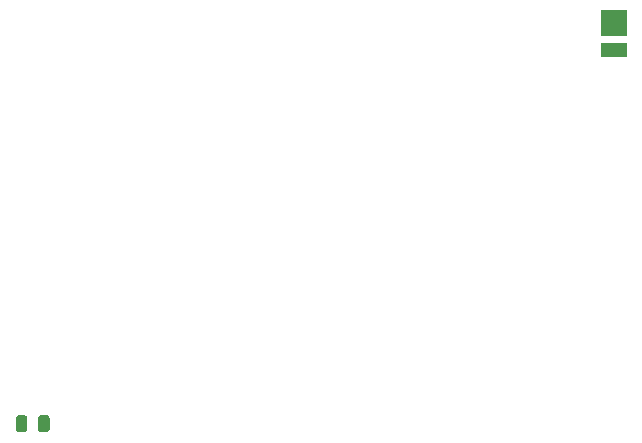
<source format=gbr>
G04 #@! TF.GenerationSoftware,KiCad,Pcbnew,(5.1.5)-3*
G04 #@! TF.CreationDate,2020-09-11T10:44:40-03:00*
G04 #@! TF.ProjectId,HomeTron(kicad),486f6d65-5472-46f6-9e28-6b6963616429,rev?*
G04 #@! TF.SameCoordinates,Original*
G04 #@! TF.FileFunction,Paste,Top*
G04 #@! TF.FilePolarity,Positive*
%FSLAX46Y46*%
G04 Gerber Fmt 4.6, Leading zero omitted, Abs format (unit mm)*
G04 Created by KiCad (PCBNEW (5.1.5)-3) date 2020-09-11 10:44:40*
%MOMM*%
%LPD*%
G04 APERTURE LIST*
%ADD10C,0.100000*%
%ADD11R,2.200000X1.250000*%
%ADD12R,2.200000X2.200000*%
G04 APERTURE END LIST*
D10*
G36*
X20382142Y-48831174D02*
G01*
X20405803Y-48834684D01*
X20429007Y-48840496D01*
X20451529Y-48848554D01*
X20473153Y-48858782D01*
X20493670Y-48871079D01*
X20512883Y-48885329D01*
X20530607Y-48901393D01*
X20546671Y-48919117D01*
X20560921Y-48938330D01*
X20573218Y-48958847D01*
X20583446Y-48980471D01*
X20591504Y-49002993D01*
X20597316Y-49026197D01*
X20600826Y-49049858D01*
X20602000Y-49073750D01*
X20602000Y-49986250D01*
X20600826Y-50010142D01*
X20597316Y-50033803D01*
X20591504Y-50057007D01*
X20583446Y-50079529D01*
X20573218Y-50101153D01*
X20560921Y-50121670D01*
X20546671Y-50140883D01*
X20530607Y-50158607D01*
X20512883Y-50174671D01*
X20493670Y-50188921D01*
X20473153Y-50201218D01*
X20451529Y-50211446D01*
X20429007Y-50219504D01*
X20405803Y-50225316D01*
X20382142Y-50228826D01*
X20358250Y-50230000D01*
X19870750Y-50230000D01*
X19846858Y-50228826D01*
X19823197Y-50225316D01*
X19799993Y-50219504D01*
X19777471Y-50211446D01*
X19755847Y-50201218D01*
X19735330Y-50188921D01*
X19716117Y-50174671D01*
X19698393Y-50158607D01*
X19682329Y-50140883D01*
X19668079Y-50121670D01*
X19655782Y-50101153D01*
X19645554Y-50079529D01*
X19637496Y-50057007D01*
X19631684Y-50033803D01*
X19628174Y-50010142D01*
X19627000Y-49986250D01*
X19627000Y-49073750D01*
X19628174Y-49049858D01*
X19631684Y-49026197D01*
X19637496Y-49002993D01*
X19645554Y-48980471D01*
X19655782Y-48958847D01*
X19668079Y-48938330D01*
X19682329Y-48919117D01*
X19698393Y-48901393D01*
X19716117Y-48885329D01*
X19735330Y-48871079D01*
X19755847Y-48858782D01*
X19777471Y-48848554D01*
X19799993Y-48840496D01*
X19823197Y-48834684D01*
X19846858Y-48831174D01*
X19870750Y-48830000D01*
X20358250Y-48830000D01*
X20382142Y-48831174D01*
G37*
G36*
X18507142Y-48831174D02*
G01*
X18530803Y-48834684D01*
X18554007Y-48840496D01*
X18576529Y-48848554D01*
X18598153Y-48858782D01*
X18618670Y-48871079D01*
X18637883Y-48885329D01*
X18655607Y-48901393D01*
X18671671Y-48919117D01*
X18685921Y-48938330D01*
X18698218Y-48958847D01*
X18708446Y-48980471D01*
X18716504Y-49002993D01*
X18722316Y-49026197D01*
X18725826Y-49049858D01*
X18727000Y-49073750D01*
X18727000Y-49986250D01*
X18725826Y-50010142D01*
X18722316Y-50033803D01*
X18716504Y-50057007D01*
X18708446Y-50079529D01*
X18698218Y-50101153D01*
X18685921Y-50121670D01*
X18671671Y-50140883D01*
X18655607Y-50158607D01*
X18637883Y-50174671D01*
X18618670Y-50188921D01*
X18598153Y-50201218D01*
X18576529Y-50211446D01*
X18554007Y-50219504D01*
X18530803Y-50225316D01*
X18507142Y-50228826D01*
X18483250Y-50230000D01*
X17995750Y-50230000D01*
X17971858Y-50228826D01*
X17948197Y-50225316D01*
X17924993Y-50219504D01*
X17902471Y-50211446D01*
X17880847Y-50201218D01*
X17860330Y-50188921D01*
X17841117Y-50174671D01*
X17823393Y-50158607D01*
X17807329Y-50140883D01*
X17793079Y-50121670D01*
X17780782Y-50101153D01*
X17770554Y-50079529D01*
X17762496Y-50057007D01*
X17756684Y-50033803D01*
X17753174Y-50010142D01*
X17752000Y-49986250D01*
X17752000Y-49073750D01*
X17753174Y-49049858D01*
X17756684Y-49026197D01*
X17762496Y-49002993D01*
X17770554Y-48980471D01*
X17780782Y-48958847D01*
X17793079Y-48938330D01*
X17807329Y-48919117D01*
X17823393Y-48901393D01*
X17841117Y-48885329D01*
X17860330Y-48871079D01*
X17880847Y-48858782D01*
X17902471Y-48848554D01*
X17924993Y-48840496D01*
X17948197Y-48834684D01*
X17971858Y-48831174D01*
X17995750Y-48830000D01*
X18483250Y-48830000D01*
X18507142Y-48831174D01*
G37*
D11*
X68402200Y-17905320D03*
D12*
X68402200Y-15630320D03*
M02*

</source>
